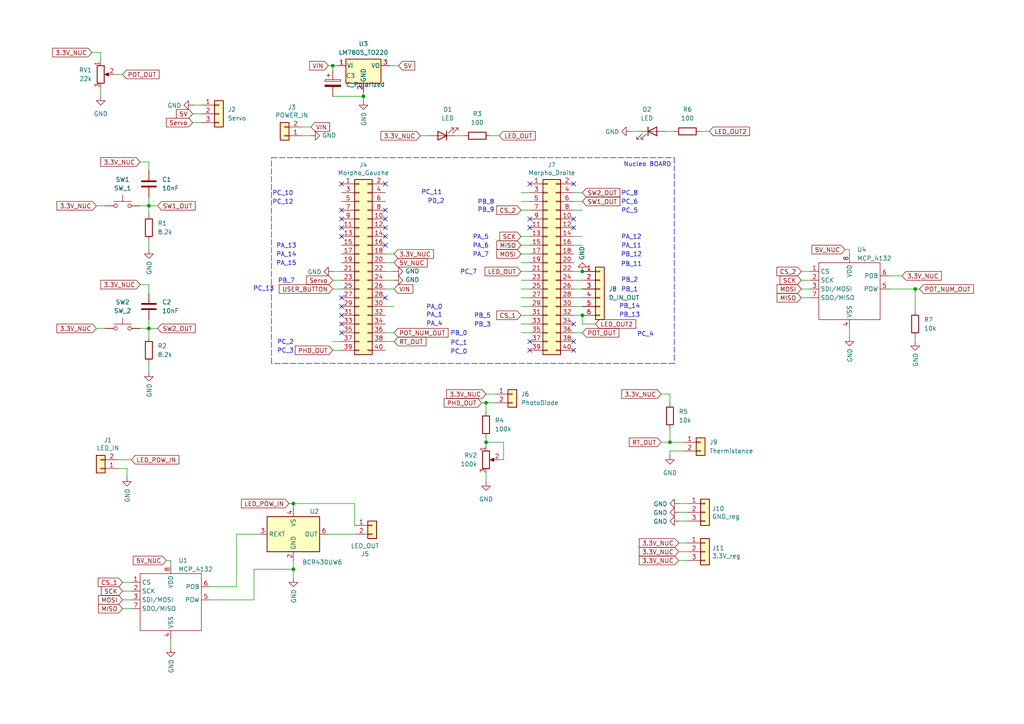
<source format=kicad_sch>
(kicad_sch (version 20231120) (generator "eeschema") (generator_version "8.0")
  (paper "A4")
  (lib_symbols
    (symbol "Connector_Generic:Conn_01x02" (pin_names (offset 1.016) hide)
      (property "Reference" "J" (at 0 2.54 0))
      (property "Value" "Conn_01x02" (at 0 -5.08 0))
      (symbol "Conn_01x02_1_1"
        (rectangle (start -1.27 -2.413) (end 0 -2.667) (stroke (width 0.1524)))
        (rectangle (start -1.27 0.127) (end 0 -0.127) (stroke (width 0.1524)))
        (rectangle (start -1.27 1.27) (end 1.27 -3.81) (stroke (width 0.254)) (fill (type background)))
        (pin passive line (at -5.08 0 0) (length 3.81) (name "Pin_1") (number "1"))
        (pin passive line (at -5.08 -2.54 0) (length 3.81) (name "Pin_2") (number "2"))
      )
    )
    (symbol "Connector_Generic:Conn_01x03" (pin_names (offset 1.016) hide)
      (property "Reference" "J" (at 0 5.08 0))
      (property "Value" "Conn_01x03" (at 0 -5.08 0))
      (symbol "Conn_01x03_1_1"
        (rectangle (start -1.27 -2.413) (end 0 -2.667) (stroke (width 0.1524)))
        (rectangle (start -1.27 0.127) (end 0 -0.127) (stroke (width 0.1524)))
        (rectangle (start -1.27 2.667) (end 0 2.413) (stroke (width 0.1524)))
        (rectangle (start -1.27 3.81) (end 1.27 -3.81) (stroke (width 0.254)) (fill (type background)))
        (pin passive line (at -5.08 2.54 0) (length 3.81) (name "Pin_1") (number "1"))
        (pin passive line (at -5.08 0 0) (length 3.81) (name "Pin_2") (number "2"))
        (pin passive line (at -5.08 -2.54 0) (length 3.81) (name "Pin_3") (number "3"))
      )
    )
    (symbol "Connector_Generic:Conn_01x06" (pin_names (offset 1.016) hide)
      (property "Reference" "J" (at 0 7.62 0))
      (property "Value" "Conn_01x06" (at 0 -10.16 0))
      (symbol "Conn_01x06_1_1"
        (rectangle (start -1.27 -7.493) (end 0 -7.747) (stroke (width 0.1524)))
        (rectangle (start -1.27 -4.953) (end 0 -5.207) (stroke (width 0.1524)))
        (rectangle (start -1.27 -2.413) (end 0 -2.667) (stroke (width 0.1524)))
        (rectangle (start -1.27 0.127) (end 0 -0.127) (stroke (width 0.1524)))
        (rectangle (start -1.27 2.667) (end 0 2.413) (stroke (width 0.1524)))
        (rectangle (start -1.27 5.207) (end 0 4.953) (stroke (width 0.1524)))
        (rectangle (start -1.27 6.35) (end 1.27 -8.89) (stroke (width 0.254)) (fill (type background)))
        (pin passive line (at -5.08 5.08 0) (length 3.81) (name "Pin_1") (number "1"))
        (pin passive line (at -5.08 2.54 0) (length 3.81) (name "Pin_2") (number "2"))
        (pin passive line (at -5.08 0 0) (length 3.81) (name "Pin_3") (number "3"))
        (pin passive line (at -5.08 -2.54 0) (length 3.81) (name "Pin_4") (number "4"))
        (pin passive line (at -5.08 -5.08 0) (length 3.81) (name "Pin_5") (number "5"))
        (pin passive line (at -5.08 -7.62 0) (length 3.81) (name "Pin_6") (number "6"))
      )
    )
    (symbol "Connector_Generic:Conn_02x20_Odd_Even" (pin_names (offset 1.016) hide)
      (property "Reference" "J" (at 1.27 25.4 0))
      (property "Value" "Conn_02x20_Odd_Even" (at 1.27 -27.94 0))
      (symbol "Conn_02x20_Odd_Even_1_1"
        (rectangle (start -1.27 -25.273) (end 0 -25.527) (stroke (width 0.1524)))
        (rectangle (start -1.27 -22.733) (end 0 -22.987) (stroke (width 0.1524)))
        (rectangle (start -1.27 -20.193) (end 0 -20.447) (stroke (width 0.1524)))
        (rectangle (start -1.27 -17.653) (end 0 -17.907) (stroke (width 0.1524)))
        (rectangle (start -1.27 -15.113) (end 0 -15.367) (stroke (width 0.1524)))
        (rectangle (start -1.27 -12.573) (end 0 -12.827) (stroke (width 0.1524)))
        (rectangle (start -1.27 -10.033) (end 0 -10.287) (stroke (width 0.1524)))
        (rectangle (start -1.27 -7.493) (end 0 -7.747) (stroke (width 0.1524)))
        (rectangle (start -1.27 -4.953) (end 0 -5.207) (stroke (width 0.1524)))
        (rectangle (start -1.27 -2.413) (end 0 -2.667) (stroke (width 0.1524)))
        (rectangle (start -1.27 0.127) (end 0 -0.127) (stroke (width 0.1524)))
        (rectangle (start -1.27 2.667) (end 0 2.413) (stroke (width 0.1524)))
        (rectangle (start -1.27 5.207) (end 0 4.953) (stroke (width 0.1524)))
        (rectangle (start -1.27 7.747) (end 0 7.493) (stroke (width 0.1524)))
        (rectangle (start -1.27 10.287) (end 0 10.033) (stroke (width 0.1524)))
        (rectangle (start -1.27 12.827) (end 0 12.573) (stroke (width 0.1524)))
        (rectangle (start -1.27 15.367) (end 0 15.113) (stroke (width 0.1524)))
        (rectangle (start -1.27 17.907) (end 0 17.653) (stroke (width 0.1524)))
        (rectangle (start -1.27 20.447) (end 0 20.193) (stroke (width 0.1524)))
        (rectangle (start -1.27 22.987) (end 0 22.733) (stroke (width 0.1524)))
        (rectangle (start -1.27 24.13) (end 3.81 -26.67) (stroke (width 0.254)) (fill (type background)))
        (rectangle (start 3.81 -25.273) (end 2.54 -25.527) (stroke (width 0.1524)))
        (rectangle (start 3.81 -22.733) (end 2.54 -22.987) (stroke (width 0.1524)))
        (rectangle (start 3.81 -20.193) (end 2.54 -20.447) (stroke (width 0.1524)))
        (rectangle (start 3.81 -17.653) (end 2.54 -17.907) (stroke (width 0.1524)))
        (rectangle (start 3.81 -15.113) (end 2.54 -15.367) (stroke (width 0.1524)))
        (rectangle (start 3.81 -12.573) (end 2.54 -12.827) (stroke (width 0.1524)))
        (rectangle (start 3.81 -10.033) (end 2.54 -10.287) (stroke (width 0.1524)))
        (rectangle (start 3.81 -7.493) (end 2.54 -7.747) (stroke (width 0.1524)))
        (rectangle (start 3.81 -4.953) (end 2.54 -5.207) (stroke (width 0.1524)))
        (rectangle (start 3.81 -2.413) (end 2.54 -2.667) (stroke (width 0.1524)))
        (rectangle (start 3.81 0.127) (end 2.54 -0.127) (stroke (width 0.1524)))
        (rectangle (start 3.81 2.667) (end 2.54 2.413) (stroke (width 0.1524)))
        (rectangle (start 3.81 5.207) (end 2.54 4.953) (stroke (width 0.1524)))
        (rectangle (start 3.81 7.747) (end 2.54 7.493) (stroke (width 0.1524)))
        (rectangle (start 3.81 10.287) (end 2.54 10.033) (stroke (width 0.1524)))
        (rectangle (start 3.81 12.827) (end 2.54 12.573) (stroke (width 0.1524)))
        (rectangle (start 3.81 15.367) (end 2.54 15.113) (stroke (width 0.1524)))
        (rectangle (start 3.81 17.907) (end 2.54 17.653) (stroke (width 0.1524)))
        (rectangle (start 3.81 20.447) (end 2.54 20.193) (stroke (width 0.1524)))
        (rectangle (start 3.81 22.987) (end 2.54 22.733) (stroke (width 0.1524)))
        (pin passive line (at -5.08 22.86 0) (length 3.81) (name "Pin_1") (number "1"))
        (pin passive line (at 7.62 12.7 180) (length 3.81) (name "Pin_10") (number "10"))
        (pin passive line (at -5.08 10.16 0) (length 3.81) (name "Pin_11") (number "11"))
        (pin passive line (at 7.62 10.16 180) (length 3.81) (name "Pin_12") (number "12"))
        (pin passive line (at -5.08 7.62 0) (length 3.81) (name "Pin_13") (number "13"))
        (pin passive line (at 7.62 7.62 180) (length 3.81) (name "Pin_14") (number "14"))
        (pin passive line (at -5.08 5.08 0) (length 3.81) (name "Pin_15") (number "15"))
        (pin passive line (at 7.62 5.08 180) (length 3.81) (name "Pin_16") (number "16"))
        (pin passive line (at -5.08 2.54 0) (length 3.81) (name "Pin_17") (number "17"))
        (pin passive line (at 7.62 2.54 180) (length 3.81) (name "Pin_18") (number "18"))
        (pin passive line (at -5.08 0 0) (length 3.81) (name "Pin_19") (number "19"))
        (pin passive line (at 7.62 22.86 180) (length 3.81) (name "Pin_2") (number "2"))
        (pin passive line (at 7.62 0 180) (length 3.81) (name "Pin_20") (number "20"))
        (pin passive line (at -5.08 -2.54 0) (length 3.81) (name "Pin_21") (number "21"))
        (pin passive line (at 7.62 -2.54 180) (length 3.81) (name "Pin_22") (number "22"))
        (pin passive line (at -5.08 -5.08 0) (length 3.81) (name "Pin_23") (number "23"))
        (pin passive line (at 7.62 -5.08 180) (length 3.81) (name "Pin_24") (number "24"))
        (pin passive line (at -5.08 -7.62 0) (length 3.81) (name "Pin_25") (number "25"))
        (pin passive line (at 7.62 -7.62 180) (length 3.81) (name "Pin_26") (number "26"))
        (pin passive line (at -5.08 -10.16 0) (length 3.81) (name "Pin_27") (number "27"))
        (pin passive line (at 7.62 -10.16 180) (length 3.81) (name "Pin_28") (number "28"))
        (pin passive line (at -5.08 -12.7 0) (length 3.81) (name "Pin_29") (number "29"))
        (pin passive line (at -5.08 20.32 0) (length 3.81) (name "Pin_3") (number "3"))
        (pin passive line (at 7.62 -12.7 180) (length 3.81) (name "Pin_30") (number "30"))
        (pin passive line (at -5.08 -15.24 0) (length 3.81) (name "Pin_31") (number "31"))
        (pin passive line (at 7.62 -15.24 180) (length 3.81) (name "Pin_32") (number "32"))
        (pin passive line (at -5.08 -17.78 0) (length 3.81) (name "Pin_33") (number "33"))
        (pin passive line (at 7.62 -17.78 180) (length 3.81) (name "Pin_34") (number "34"))
        (pin passive line (at -5.08 -20.32 0) (length 3.81) (name "Pin_35") (number "35"))
        (pin passive line (at 7.62 -20.32 180) (length 3.81) (name "Pin_36") (number "36"))
        (pin passive line (at -5.08 -22.86 0) (length 3.81) (name "Pin_37") (number "37"))
        (pin passive line (at 7.62 -22.86 180) (length 3.81) (name "Pin_38") (number "38"))
        (pin passive line (at -5.08 -25.4 0) (length 3.81) (name "Pin_39") (number "39"))
        (pin passive line (at 7.62 20.32 180) (length 3.81) (name "Pin_4") (number "4"))
        (pin passive line (at 7.62 -25.4 180) (length 3.81) (name "Pin_40") (number "40"))
        (pin passive line (at -5.08 17.78 0) (length 3.81) (name "Pin_5") (number "5"))
        (pin passive line (at 7.62 17.78 180) (length 3.81) (name "Pin_6") (number "6"))
        (pin passive line (at -5.08 15.24 0) (length 3.81) (name "Pin_7") (number "7"))
        (pin passive line (at 7.62 15.24 180) (length 3.81) (name "Pin_8") (number "8"))
        (pin passive line (at -5.08 12.7 0) (length 3.81) (name "Pin_9") (number "9"))
      )
    )
    (symbol "Device:C" (pin_numbers hide) (pin_names (offset 0.254))
      (property "Reference" "C" (at 0.635 2.54 0))
      (property "Value" "C" (at 0.635 -2.54 0))
      (symbol "C_0_1"
        (polyline (pts (xy -2.032 -0.762) (xy 2.032 -0.762)) (stroke (width 0.508)))
        (polyline (pts (xy -2.032 0.762) (xy 2.032 0.762)) (stroke (width 0.508)))
      )
      (symbol "C_1_1"
        (pin passive line (at 0 3.81 270) (length 2.794) (name "~") (number "1"))
        (pin passive line (at 0 -3.81 90) (length 2.794) (name "~") (number "2"))
      )
    )
    (symbol "Device:C_Polarized" (pin_numbers hide) (pin_names (offset 0.254))
      (property "Reference" "C" (at 0.635 2.54 0))
      (property "Value" "C_Polarized" (at 0.635 -2.54 0))
      (symbol "C_Polarized_0_1"
        (rectangle (start -2.286 0.508) (end 2.286 1.016))
        (polyline (pts (xy -1.778 2.286) (xy -0.762 2.286)))
        (polyline (pts (xy -1.27 2.794) (xy -1.27 1.778)))
        (rectangle (start 2.286 -0.508) (end -2.286 -1.016) (fill (type outline)))
      )
      (symbol "C_Polarized_1_1"
        (pin passive line (at 0 3.81 270) (length 2.794) (name "~") (number "1"))
        (pin passive line (at 0 -3.81 90) (length 2.794) (name "~") (number "2"))
      )
    )
    (symbol "Device:LED" (pin_numbers hide) (pin_names (offset 1.016) hide)
      (property "Reference" "D" (at 0 2.54 0))
      (property "Value" "LED" (at 0 -2.54 0))
      (symbol "LED_0_1"
        (polyline (pts (xy -1.27 -1.27) (xy -1.27 1.27)) (stroke (width 0.254)))
        (polyline (pts (xy -1.27 0) (xy 1.27 0)))
        (polyline (pts (xy 1.27 -1.27) (xy 1.27 1.27) (xy -1.27 0) (xy 1.27 -1.27)) (stroke (width 0.254)))
        (polyline (pts (xy -3.048 -0.762) (xy -4.572 -2.286) (xy -3.81 -2.286) (xy -4.572 -2.286) (xy -4.572 -1.524)))
        (polyline (pts (xy -1.778 -0.762) (xy -3.302 -2.286) (xy -2.54 -2.286) (xy -3.302 -2.286) (xy -3.302 -1.524)))
      )
      (symbol "LED_1_1"
        (pin passive line (at -3.81 0 0) (length 2.54) (name "K") (number "1"))
        (pin passive line (at 3.81 0 180) (length 2.54) (name "A") (number "2"))
      )
    )
    (symbol "Device:R" (pin_numbers hide) (pin_names (offset 0))
      (property "Reference" "R" (at 2.032 0 90))
      (property "Value" "R" (at 0 0 90))
      (symbol "R_0_1"
        (rectangle (start -1.016 -2.54) (end 1.016 2.54) (stroke (width 0.254)))
      )
      (symbol "R_1_1"
        (pin passive line (at 0 3.81 270) (length 1.27) (name "~") (number "1"))
        (pin passive line (at 0 -3.81 90) (length 1.27) (name "~") (number "2"))
      )
    )
    (symbol "Device:R_Potentiometer" (pin_names (offset 1.016) hide)
      (property "Reference" "RV" (at -4.445 0 90))
      (property "Value" "R_Potentiometer" (at -2.54 0 90))
      (symbol "R_Potentiometer_0_1"
        (polyline (pts (xy 2.54 0) (xy 1.524 0)))
        (polyline (pts (xy 1.143 0) (xy 2.286 0.508) (xy 2.286 -0.508) (xy 1.143 0)) (fill (type outline)))
        (rectangle (start 1.016 2.54) (end -1.016 -2.54) (stroke (width 0.254)))
      )
      (symbol "R_Potentiometer_1_1"
        (pin passive line (at 0 3.81 270) (length 1.27) (name "1") (number "1"))
        (pin passive line (at 3.81 0 180) (length 1.27) (name "2") (number "2"))
        (pin passive line (at 0 -3.81 90) (length 1.27) (name "3") (number "3"))
      )
    )
    (symbol "Driver_LED:BCR430UW6"
      (property "Reference" "U" (at 7.62 6.35 0))
      (property "Value" "BCR430UW6" (at -7.62 6.35 0))
      (symbol "BCR430UW6_0_1"
        (rectangle (start -7.62 5.08) (end 7.62 -5.08) (stroke (width 0.254)) (fill (type background)))
      )
      (symbol "BCR430UW6_1_1"
        (pin no_connect line (at 7.62 2.54 180) (length 2.54) hide (name "NC") (number "1"))
        (pin power_in line (at 0 -7.62 90) (length 2.54) (name "GND") (number "2"))
        (pin passive line (at -10.16 0 0) (length 2.54) (name "REXT") (number "3"))
        (pin power_in line (at 0 7.62 270) (length 2.54) (name "VS") (number "4"))
        (pin no_connect line (at 7.62 -2.54 180) (length 2.54) hide (name "NC") (number "5"))
        (pin output line (at 10.16 0 180) (length 2.54) (name "OUT") (number "6"))
      )
    )
    (symbol "LEnsE_devices:MCP4132"
      (property "Reference" "U" (at 5.588 1.524 0))
      (symbol "MCP4132_0_1"
        (rectangle (start -8.89 -1.27) (end 8.89 -17.78))
      )
      (symbol "MCP4132_1_1"
        (pin input line (at -11.43 -3.81 0) (length 2.54) (name "CS") (number "1"))
        (pin input line (at -11.43 -6.35 0) (length 2.54) (name "SCK") (number "2"))
        (pin input line (at -11.43 -8.89 0) (length 2.54) (name "SDI/MOSI") (number "3"))
        (pin power_in line (at 0 -20.32 90) (length 2.54) (name "VSS") (number "4"))
        (pin bidirectional line (at 11.43 -8.89 180) (length 2.54) (name "POW") (number "5"))
        (pin bidirectional line (at 11.43 -5.08 180) (length 2.54) (name "POB") (number "6"))
        (pin input line (at -11.43 -11.43 0) (length 2.54) (name "SDO/MISO") (number "7"))
        (pin power_in line (at 0 1.27 270) (length 2.54) (name "VDD") (number "8"))
      )
    )
    (symbol "Regulator_Linear:LM7805_TO220" (pin_names (offset 0.254))
      (property "Reference" "U" (at -3.81 3.175 0))
      (property "Value" "LM7805_TO220" (at 0 3.175 0))
      (symbol "LM7805_TO220_0_1"
        (rectangle (start -5.08 1.905) (end 5.08 -5.08) (stroke (width 0.254)) (fill (type background)))
      )
      (symbol "LM7805_TO220_1_1"
        (pin power_in line (at -7.62 0 0) (length 2.54) (name "VI") (number "1"))
        (pin power_in line (at 0 -7.62 90) (length 2.54) (name "GND") (number "2"))
        (pin power_out line (at 7.62 0 180) (length 2.54) (name "VO") (number "3"))
      )
    )
    (symbol "Switch:SW_Push" (pin_numbers hide) (pin_names (offset 1.016) hide)
      (property "Reference" "SW" (at 1.27 2.54 0))
      (property "Value" "SW_Push" (at 0 -1.524 0))
      (symbol "SW_Push_0_1"
        (circle (center -2.032 0) (radius 0.508))
        (polyline (pts (xy 0 1.27) (xy 0 3.048)))
        (polyline (pts (xy 2.54 1.27) (xy -2.54 1.27)))
        (circle (center 2.032 0) (radius 0.508))
        (pin passive line (at -5.08 0 0) (length 2.54) (name "1") (number "1"))
        (pin passive line (at 5.08 0 180) (length 2.54) (name "2") (number "2"))
      )
    )
    (symbol "power:GND" (power) (pin_numbers hide) (pin_names (offset 0) hide)
      (property "Value" "GND" (at 0 -3.81 0))
      (symbol "GND_0_1"
        (polyline (pts (xy 0 0) (xy 0 -1.27) (xy 1.27 -1.27) (xy 0 -2.54) (xy -1.27 -1.27) (xy 0 -1.27)))
      )
      (symbol "GND_1_1"
        (pin power_in line (at 0 0 270) (length 0) (name "~") (number "1"))
      )
    )
  )
  (junction (at 194.31 128.27))
  (junction (at 105.41 27.94))
  (junction (at 96.52 19.05))
  (junction (at 140.97 128.27))
  (junction (at 168.91 78.74))
  (junction (at 85.09 165.1))
  (junction (at 140.97 116.84))
  (junction (at 43.18 59.69))
  (junction (at 85.09 146.05))
  (junction (at 265.43 83.82))
  (junction (at 168.91 91.44))
  (junction (at 43.18 95.25))
  (no_connect (at 153.67 63.5))
  (no_connect (at 153.67 101.6))
  (no_connect (at 153.67 99.06))
  (no_connect (at 111.76 63.5))
  (no_connect (at 166.37 93.98))
  (no_connect (at 99.06 68.58))
  (no_connect (at 99.06 60.96))
  (no_connect (at 166.37 101.6))
  (no_connect (at 111.76 66.04))
  (no_connect (at 99.06 93.98))
  (no_connect (at 99.06 88.9))
  (no_connect (at 111.76 68.58))
  (no_connect (at 111.76 60.96))
  (no_connect (at 111.76 86.36))
  (no_connect (at 111.76 71.12))
  (no_connect (at 99.06 86.36))
  (no_connect (at 166.37 99.06))
  (no_connect (at 166.37 63.5))
  (no_connect (at 111.76 53.34))
  (no_connect (at 99.06 53.34))
  (no_connect (at 166.37 66.04))
  (no_connect (at 99.06 66.04))
  (no_connect (at 99.06 63.5))
  (no_connect (at 99.06 91.44))
  (no_connect (at 153.67 53.34))
  (no_connect (at 166.37 53.34))
  (no_connect (at 99.06 96.52))
  (no_connect (at 153.67 66.04))
  (wire (pts (xy 96.52 99.06) (xy 99.06 99.06)))
  (wire (pts (xy 151.13 83.82) (xy 153.67 83.82)))
  (wire (pts (xy 232.41 83.82) (xy 234.95 83.82)))
  (wire (pts (xy 114.3 76.2) (xy 111.76 76.2)))
  (wire (pts (xy 196.85 146.05) (xy 199.39 146.05)))
  (wire (pts (xy 85.09 165.1) (xy 85.09 167.64)))
  (wire (pts (xy 142.24 39.37) (xy 144.78 39.37)))
  (wire (pts (xy 194.31 132.08) (xy 194.31 130.81)))
  (wire (pts (xy 34.29 133.35) (xy 38.1 133.35)))
  (wire (pts (xy 40.64 59.69) (xy 43.18 59.69)))
  (wire (pts (xy 151.13 58.42) (xy 153.67 58.42)))
  (wire (pts (xy 166.37 60.96) (xy 168.91 60.96)))
  (wire (pts (xy 111.76 96.52) (xy 114.3 96.52)))
  (wire (pts (xy 111.76 83.82) (xy 114.3 83.82)))
  (wire (pts (xy 151.13 55.88) (xy 153.67 55.88)))
  (wire (pts (xy 35.56 176.53) (xy 38.1 176.53)))
  (wire (pts (xy 27.94 95.25) (xy 30.48 95.25)))
  (wire (pts (xy 26.67 15.24) (xy 29.21 15.24)))
  (wire (pts (xy 140.97 127) (xy 140.97 128.27)))
  (wire (pts (xy 27.94 59.69) (xy 30.48 59.69)))
  (wire (pts (xy 232.41 86.36) (xy 234.95 86.36)))
  (wire (pts (xy 151.13 71.12) (xy 153.67 71.12)))
  (wire (pts (xy 166.37 83.82) (xy 168.91 83.82)))
  (wire (pts (xy 96.52 101.6) (xy 99.06 101.6)))
  (wire (pts (xy 140.97 128.27) (xy 146.05 128.27)))
  (wire (pts (xy 68.58 154.94) (xy 74.93 154.94)))
  (wire (pts (xy 113.03 19.05) (xy 115.57 19.05)))
  (wire (pts (xy 55.88 35.56) (xy 58.42 35.56)))
  (wire (pts (xy 102.87 146.05) (xy 102.87 152.4)))
  (wire (pts (xy 111.76 81.28) (xy 114.3 81.28)))
  (wire (pts (xy 111.76 73.66) (xy 114.3 73.66)))
  (wire (pts (xy 140.97 116.84) (xy 140.97 119.38)))
  (wire (pts (xy 96.52 78.74) (xy 99.06 78.74)))
  (wire (pts (xy 166.37 78.74) (xy 168.91 78.74)))
  (wire (pts (xy 85.09 162.56) (xy 85.09 165.1)))
  (wire (pts (xy 40.64 95.25) (xy 43.18 95.25)))
  (wire (pts (xy 265.43 83.82) (xy 265.43 90.17)))
  (wire (pts (xy 96.52 83.82) (xy 99.06 83.82)))
  (wire (pts (xy 40.64 46.99) (xy 43.18 46.99)))
  (wire (pts (xy 151.13 86.36) (xy 153.67 86.36)))
  (wire (pts (xy 199.39 162.56) (xy 196.85 162.56)))
  (wire (pts (xy 111.76 88.9) (xy 114.3 88.9)))
  (wire (pts (xy 55.88 33.02) (xy 58.42 33.02)))
  (wire (pts (xy 43.18 95.25) (xy 43.18 97.79)))
  (wire (pts (xy 111.76 78.74) (xy 114.3 78.74)))
  (wire (pts (xy 199.39 148.59) (xy 196.85 148.59)))
  (wire (pts (xy 121.92 39.37) (xy 124.46 39.37)))
  (wire (pts (xy 265.43 97.79) (xy 265.43 99.06)))
  (wire (pts (xy 193.04 38.1) (xy 195.58 38.1)))
  (wire (pts (xy 73.66 165.1) (xy 85.09 165.1)))
  (wire (pts (xy 144.78 133.35) (xy 146.05 133.35)))
  (wire (pts (xy 55.88 30.48) (xy 58.42 30.48)))
  (wire (pts (xy 166.37 71.12) (xy 168.91 71.12)))
  (wire (pts (xy 151.13 81.28) (xy 153.67 81.28)))
  (wire (pts (xy 49.53 162.56) (xy 49.53 163.83)))
  (wire (pts (xy 151.13 96.52) (xy 153.67 96.52)))
  (wire (pts (xy 95.25 154.94) (xy 102.87 154.94)))
  (wire (pts (xy 166.37 81.28) (xy 168.91 81.28)))
  (wire (pts (xy 151.13 91.44) (xy 153.67 91.44)))
  (wire (pts (xy 182.88 38.1) (xy 185.42 38.1)))
  (wire (pts (xy 140.97 128.27) (xy 140.97 129.54)))
  (wire (pts (xy 85.09 146.05) (xy 85.09 147.32)))
  (wire (pts (xy 33.02 21.59) (xy 35.56 21.59)))
  (wire (pts (xy 43.18 46.99) (xy 43.18 49.53)))
  (wire (pts (xy 105.41 27.94) (xy 105.41 29.21)))
  (wire (pts (xy 49.53 185.42) (xy 49.53 187.96)))
  (wire (pts (xy 166.37 55.88) (xy 168.91 55.88)))
  (wire (pts (xy 29.21 25.4) (xy 29.21 27.94)))
  (wire (pts (xy 168.91 93.98) (xy 168.91 91.44)))
  (wire (pts (xy 43.18 69.85) (xy 43.18 72.39)))
  (wire (pts (xy 60.96 173.99) (xy 73.66 173.99)))
  (wire (pts (xy 43.18 105.41) (xy 43.18 107.95)))
  (wire (pts (xy 166.37 58.42) (xy 168.91 58.42)))
  (wire (pts (xy 140.97 114.3) (xy 143.51 114.3)))
  (wire (pts (xy 194.31 128.27) (xy 198.12 128.27)))
  (wire (pts (xy 151.13 68.58) (xy 153.67 68.58)))
  (wire (pts (xy 151.13 76.2) (xy 153.67 76.2)))
  (wire (pts (xy 48.26 162.56) (xy 49.53 162.56)))
  (polyline (pts (xy 78.74 45.72) (xy 195.58 45.72)) (stroke (width 0) (type dash)))
  (wire (pts (xy 34.29 135.89) (xy 36.83 135.89)))
  (wire (pts (xy 151.13 60.96) (xy 153.67 60.96)))
  (wire (pts (xy 257.81 83.82) (xy 265.43 83.82)))
  (wire (pts (xy 43.18 59.69) (xy 43.18 57.15)))
  (wire (pts (xy 191.77 114.3) (xy 194.31 114.3)))
  (wire (pts (xy 43.18 95.25) (xy 45.72 95.25)))
  (wire (pts (xy 199.39 157.48) (xy 196.85 157.48)))
  (wire (pts (xy 151.13 93.98) (xy 153.67 93.98)))
  (wire (pts (xy 96.52 27.94) (xy 105.41 27.94)))
  (wire (pts (xy 40.64 82.55) (xy 43.18 82.55)))
  (wire (pts (xy 68.58 170.18) (xy 68.58 154.94)))
  (wire (pts (xy 246.38 72.39) (xy 246.38 73.66)))
  (wire (pts (xy 132.08 39.37) (xy 134.62 39.37)))
  (wire (pts (xy 246.38 95.25) (xy 246.38 97.79)))
  (wire (pts (xy 143.51 116.84) (xy 140.97 116.84)))
  (wire (pts (xy 35.56 173.99) (xy 38.1 173.99)))
  (wire (pts (xy 95.25 19.05) (xy 96.52 19.05)))
  (wire (pts (xy 35.56 171.45) (xy 38.1 171.45)))
  (wire (pts (xy 29.21 15.24) (xy 29.21 17.78)))
  (wire (pts (xy 60.96 170.18) (xy 68.58 170.18)))
  (wire (pts (xy 194.31 114.3) (xy 194.31 116.84)))
  (wire (pts (xy 166.37 96.52) (xy 168.91 96.52)))
  (wire (pts (xy 36.83 135.89) (xy 36.83 138.43)))
  (wire (pts (xy 151.13 78.74) (xy 153.67 78.74)))
  (wire (pts (xy 166.37 88.9) (xy 168.91 88.9)))
  (wire (pts (xy 194.31 130.81) (xy 198.12 130.81)))
  (wire (pts (xy 194.31 124.46) (xy 194.31 128.27)))
  (wire (pts (xy 96.52 19.05) (xy 96.52 20.32)))
  (wire (pts (xy 139.7 116.84) (xy 140.97 116.84)))
  (wire (pts (xy 191.77 128.27) (xy 194.31 128.27)))
  (wire (pts (xy 257.81 80.01) (xy 261.62 80.01)))
  (wire (pts (xy 87.63 39.37) (xy 90.17 39.37)))
  (wire (pts (xy 203.2 38.1) (xy 205.74 38.1)))
  (wire (pts (xy 232.41 81.28) (xy 234.95 81.28)))
  (wire (pts (xy 83.82 146.05) (xy 85.09 146.05)))
  (wire (pts (xy 151.13 73.66) (xy 153.67 73.66)))
  (polyline (pts (xy 78.74 105.41) (xy 78.74 45.72)) (stroke (width 0) (type dash)))
  (wire (pts (xy 43.18 59.69) (xy 45.72 59.69)))
  (wire (pts (xy 73.66 173.99) (xy 73.66 165.1)))
  (polyline (pts (xy 195.58 45.72) (xy 195.58 105.41)) (stroke (width 0) (type dash)))
  (wire (pts (xy 265.43 83.82) (xy 266.7 83.82)))
  (wire (pts (xy 96.52 19.05) (xy 97.79 19.05)))
  (wire (pts (xy 96.52 81.28) (xy 99.06 81.28)))
  (wire (pts (xy 172.72 93.98) (xy 168.91 93.98)))
  (wire (pts (xy 111.76 99.06) (xy 114.3 99.06)))
  (wire (pts (xy 146.05 133.35) (xy 146.05 128.27)))
  (wire (pts (xy 166.37 86.36) (xy 168.91 86.36)))
  (wire (pts (xy 199.39 151.13) (xy 196.85 151.13)))
  (wire (pts (xy 151.13 88.9) (xy 153.67 88.9)))
  (wire (pts (xy 199.39 160.02) (xy 196.85 160.02)))
  (wire (pts (xy 85.09 146.05) (xy 102.87 146.05)))
  (wire (pts (xy 245.11 72.39) (xy 246.38 72.39)))
  (polyline (pts (xy 195.58 105.41) (xy 78.74 105.41)) (stroke (width 0) (type dash)))
  (wire (pts (xy 87.63 36.83) (xy 90.17 36.83)))
  (wire (pts (xy 140.97 137.16) (xy 140.97 139.7)))
  (wire (pts (xy 105.41 26.67) (xy 105.41 27.94)))
  (wire (pts (xy 35.56 168.91) (xy 38.1 168.91)))
  (wire (pts (xy 166.37 91.44) (xy 168.91 91.44)))
  (wire (pts (xy 43.18 59.69) (xy 43.18 62.23)))
  (wire (pts (xy 43.18 82.55) (xy 43.18 85.09)))
  (wire (pts (xy 232.41 78.74) (xy 234.95 78.74)))
  (wire (pts (xy 43.18 95.25) (xy 43.18 92.71)))
  (wire (pts (xy 166.37 68.58) (xy 168.91 68.58)))
  (text "PA_12" (at 183.134 68.834 0) (effects (font (size 1.27 1.27))))
  (text "PC_2" (at 82.804 99.314 0) (effects (font (size 1.27 1.27))))
  (text "PB_8" (at 140.97 58.674 0) (effects (font (size 1.27 1.27))))
  (text "PA_7" (at 139.446 73.914 0) (effects (font (size 1.27 1.27))))
  (text "PB_0" (at 133.096 96.774 0) (effects (font (size 1.27 1.27))))
  (text "PC_8" (at 182.626 56.134 0) (effects (font (size 1.27 1.27))))
  (text "PC_11" (at 125.222 55.88 0) (effects (font (size 1.27 1.27))))
  (text "PB_3\n\n" (at 139.954 95.25 0) (effects (font (size 1.27 1.27))))
  (text "PA_5" (at 139.446 68.834 0) (effects (font (size 1.27 1.27))))
  (text "PB_13" (at 182.626 91.44 0) (effects (font (size 1.27 1.27))))
  (text "PA_14" (at 83.058 73.914 0) (effects (font (size 1.27 1.27))))
  (text "PB_11" (at 183.134 76.708 0) (effects (font (size 1.27 1.27))))
  (text "PC_7" (at 135.89 78.994 0) (effects (font (size 1.27 1.27))))
  (text "PB_9" (at 140.97 60.96 0) (effects (font (size 1.27 1.27))))
  (text "PC_5" (at 182.626 61.214 0) (effects (font (size 1.27 1.27))))
  (text "PB_2" (at 182.626 81.28 0) (effects (font (size 1.27 1.27))))
  (text "PC_1" (at 133.096 99.568 0) (effects (font (size 1.27 1.27))))
  (text "PC_12" (at 82.042 58.674 0) (effects (font (size 1.27 1.27))))
  (text "PB_14" (at 182.626 88.9 0) (effects (font (size 1.27 1.27))))
  (text "PC_13" (at 76.454 83.82 0) (effects (font (size 1.27 1.27))))
  (text "PD_2" (at 126.492 58.42 0) (effects (font (size 1.27 1.27))))
  (text "PA_15" (at 83.058 76.454 0) (effects (font (size 1.27 1.27))))
  (text "PC_10" (at 82.042 56.134 0) (effects (font (size 1.27 1.27))))
  (text "PA_11" (at 183.134 71.374 0) (effects (font (size 1.27 1.27))))
  (text "PC_4" (at 187.198 97.028 0) (effects (font (size 1.27 1.27))))
  (text "PA_6" (at 139.446 71.374 0) (effects (font (size 1.27 1.27))))
  (text "PA_13" (at 83.058 71.374 0) (effects (font (size 1.27 1.27))))
  (text "PB_7" (at 83.058 81.534 0) (effects (font (size 1.27 1.27))))
  (text "PA_1" (at 125.984 91.44 0) (effects (font (size 1.27 1.27))))
  (text "Nucleo BOARD" (at 180.848 48.514 0) (effects (font (size 1.27 1.27)) (justify left bottom)))
  (text "PC_0" (at 133.096 102.108 0) (effects (font (size 1.27 1.27))))
  (text "PB_12" (at 183.134 73.914 0) (effects (font (size 1.27 1.27))))
  (text "PC_3" (at 82.804 101.854 0) (effects (font (size 1.27 1.27))))
  (text "PB_1\n" (at 182.626 84.074 0) (effects (font (size 1.27 1.27))))
  (text "PA_0" (at 125.984 89.154 0) (effects (font (size 1.27 1.27))))
  (text "PA_4" (at 125.984 93.98 0) (effects (font (size 1.27 1.27))))
  (text "PC_6" (at 182.626 58.674 0) (effects (font (size 1.27 1.27))))
  (text "PB_5\n\n" (at 139.954 92.71 0) (effects (font (size 1.27 1.27))))
  (global_label "LED_OUT2" (shape input) (at 172.72 93.98 0) (property "Intersheetrefs" "${INTERSHEET_REFS}" (effects (hide yes))))
  (global_label "USER_BUTTON" (shape input) (at 96.52 83.82 180) (property "Intersheetrefs" "${INTERSHEET_REFS}" (effects (hide yes))))
  (global_label "PHD_OUT" (shape input) (at 96.52 101.6 180) (property "Intersheetrefs" "${INTERSHEET_REFS}" (effects (hide yes))))
  (global_label "Servo" (shape input) (at 96.52 81.28 180) (property "Intersheetrefs" "${INTERSHEET_REFS}" (effects (hide yes))))
  (global_label "MISO" (shape input) (at 151.13 71.12 180) (property "Intersheetrefs" "${INTERSHEET_REFS}" (effects (hide yes))))
  (global_label "3.3V_NUC" (shape input) (at 40.64 82.55 180) (property "Intersheetrefs" "${INTERSHEET_REFS}" (effects (hide yes))))
  (global_label "VIN" (shape input) (at 90.17 36.83 0) (property "Intersheetrefs" "${INTERSHEET_REFS}" (effects (hide yes))))
  (global_label "SW2_OUT" (shape input) (at 45.72 95.25 0) (property "Intersheetrefs" "${INTERSHEET_REFS}" (effects (hide yes))))
  (global_label "SW1_OUT" (shape input) (at 45.72 59.69 0) (property "Intersheetrefs" "${INTERSHEET_REFS}" (effects (hide yes))))
  (global_label "Servo" (shape input) (at 55.88 35.56 180) (property "Intersheetrefs" "${INTERSHEET_REFS}" (effects (hide yes))))
  (global_label "3.3V_NUC" (shape input) (at 140.97 114.3 180) (property "Intersheetrefs" "${INTERSHEET_REFS}" (effects (hide yes))))
  (global_label "LED_OUT" (shape input) (at 144.78 39.37 0) (property "Intersheetrefs" "${INTERSHEET_REFS}" (effects (hide yes))))
  (global_label "CS_2" (shape input) (at 232.41 78.74 180) (property "Intersheetrefs" "${INTERSHEET_REFS}" (effects (hide yes))))
  (global_label "3.3V_NUC" (shape input) (at 191.77 114.3 180) (property "Intersheetrefs" "${INTERSHEET_REFS}" (effects (hide yes))))
  (global_label "LED_POW_IN" (shape input) (at 83.82 146.05 180) (property "Intersheetrefs" "${INTERSHEET_REFS}" (effects (hide yes))))
  (global_label "3.3V_NUC" (shape input) (at 40.64 46.99 180) (property "Intersheetrefs" "${INTERSHEET_REFS}" (effects (hide yes))))
  (global_label "5V" (shape input) (at 55.88 33.02 180) (property "Intersheetrefs" "${INTERSHEET_REFS}" (effects (hide yes))))
  (global_label "SCK" (shape input) (at 35.56 171.45 180) (property "Intersheetrefs" "${INTERSHEET_REFS}" (effects (hide yes))))
  (global_label "CS_1" (shape input) (at 35.56 168.91 180) (property "Intersheetrefs" "${INTERSHEET_REFS}" (effects (hide yes))))
  (global_label "MISO" (shape input) (at 232.41 86.36 180) (property "Intersheetrefs" "${INTERSHEET_REFS}" (effects (hide yes))))
  (global_label "POT_OUT" (shape input) (at 35.56 21.59 0) (property "Intersheetrefs" "${INTERSHEET_REFS}" (effects (hide yes))))
  (global_label "SCK" (shape input) (at 232.41 81.28 180) (property "Intersheetrefs" "${INTERSHEET_REFS}" (effects (hide yes))))
  (global_label "3.3V_NUC" (shape input) (at 114.3 73.66 0) (property "Intersheetrefs" "${INTERSHEET_REFS}" (effects (hide yes))))
  (global_label "MISO" (shape input) (at 35.56 176.53 180) (property "Intersheetrefs" "${INTERSHEET_REFS}" (effects (hide yes))))
  (global_label "RT_OUT" (shape input) (at 191.77 128.27 180) (property "Intersheetrefs" "${INTERSHEET_REFS}" (effects (hide yes))))
  (global_label "3.3V_NUC" (shape input) (at 121.92 39.37 180) (property "Intersheetrefs" "${INTERSHEET_REFS}" (effects (hide yes))))
  (global_label "MOSI" (shape input) (at 151.13 73.66 180) (property "Intersheetrefs" "${INTERSHEET_REFS}" (effects (hide yes))))
  (global_label "VIN" (shape input) (at 95.25 19.05 180) (property "Intersheetrefs" "${INTERSHEET_REFS}" (effects (hide yes))))
  (global_label "3.3V_NUC" (shape input) (at 196.85 157.48 180) (property "Intersheetrefs" "${INTERSHEET_REFS}" (effects (hide yes))))
  (global_label "MOSI" (shape input) (at 35.56 173.99 180) (property "Intersheetrefs" "${INTERSHEET_REFS}" (effects (hide yes))))
  (global_label "5V_NUC" (shape input) (at 48.26 162.56 180) (property "Intersheetrefs" "${INTERSHEET_REFS}" (effects (hide yes))))
  (global_label "LED_OUT" (shape input) (at 151.13 78.74 180) (property "Intersheetrefs" "${INTERSHEET_REFS}" (effects (hide yes))))
  (global_label "PHD_OUT" (shape input) (at 139.7 116.84 180) (property "Intersheetrefs" "${INTERSHEET_REFS}" (effects (hide yes))))
  (global_label "LED_POW_IN" (shape input) (at 38.1 133.35 0) (property "Intersheetrefs" "${INTERSHEET_REFS}" (effects (hide yes))))
  (global_label "CS_2" (shape input) (at 151.13 60.96 180) (property "Intersheetrefs" "${INTERSHEET_REFS}" (effects (hide yes))))
  (global_label "5V_NUC" (shape input) (at 114.3 76.2 0) (property "Intersheetrefs" "${INTERSHEET_REFS}" (effects (hide yes))))
  (global_label "5V_NUC" (shape input) (at 245.11 72.39 180) (property "Intersheetrefs" "${INTERSHEET_REFS}" (effects (hide yes))))
  (global_label "SCK" (shape input) (at 151.13 68.58 180) (property "Intersheetrefs" "${INTERSHEET_REFS}" (effects (hide yes))))
  (global_label "POT_NUM_OUT" (shape input) (at 266.7 83.82 0) (property "Intersheetrefs" "${INTERSHEET_REFS}" (effects (hide yes))))
  (global_label "CS_1" (shape input) (at 151.13 91.44 180) (property "Intersheetrefs" "${INTERSHEET_REFS}" (effects (hide yes))))
  (global_label "3.3V_NUC" (shape input) (at 196.85 160.02 180) (property "Intersheetrefs" "${INTERSHEET_REFS}" (effects (hide yes))))
  (global_label "3.3V_NUC" (shape input) (at 27.94 59.69 180) (property "Intersheetrefs" "${INTERSHEET_REFS}" (effects (hide yes))))
  (global_label "POT_OUT" (shape input) (at 168.91 96.52 0) (property "Intersheetrefs" "${INTERSHEET_REFS}" (effects (hide yes))))
  (global_label "RT_OUT" (shape input) (at 114.3 99.06 0) (property "Intersheetrefs" "${INTERSHEET_REFS}" (effects (hide yes))))
  (global_label "MOSI" (shape input) (at 232.41 83.82 180) (property "Intersheetrefs" "${INTERSHEET_REFS}" (effects (hide yes))))
  (global_label "SW1_OUT" (shape input) (at 168.91 58.42 0) (property "Intersheetrefs" "${INTERSHEET_REFS}" (effects (hide yes))))
  (global_label "3.3V_NUC" (shape input) (at 26.67 15.24 180) (property "Intersheetrefs" "${INTERSHEET_REFS}" (effects (hide yes))))
  (global_label "SW2_OUT" (shape input) (at 168.91 55.88 0) (property "Intersheetrefs" "${INTERSHEET_REFS}" (effects (hide yes))))
  (global_label "3.3V_NUC" (shape input) (at 261.62 80.01 0) (property "Intersheetrefs" "${INTERSHEET_REFS}" (effects (hide yes))))
  (global_label "3.3V_NUC" (shape input) (at 27.94 95.25 180) (property "Intersheetrefs" "${INTERSHEET_REFS}" (effects (hide yes))))
  (global_label "POT_NUM_OUT" (shape input) (at 114.3 96.52 0) (property "Intersheetrefs" "${INTERSHEET_REFS}" (effects (hide yes))))
  (global_label "3.3V_NUC" (shape input) (at 196.85 162.56 180) (property "Intersheetrefs" "${INTERSHEET_REFS}" (effects (hide yes))))
  (global_label "5V" (shape input) (at 115.57 19.05 0) (property "Intersheetrefs" "${INTERSHEET_REFS}" (effects (hide yes))))
  (global_label "LED_OUT2" (shape input) (at 205.74 38.1 0) (property "Intersheetrefs" "${INTERSHEET_REFS}" (effects (hide yes))))
  (global_label "VIN" (shape input) (at 114.3 83.82 0) (property "Intersheetrefs" "${INTERSHEET_REFS}" (effects (hide yes))))
  (symbol (lib_id "Connector_Generic:Conn_01x02") (at 82.55 39.37 180) (unit 1)
    (property "Reference" "J3" (at 84.6328 31.115 0))
    (property "Value" "POWER_IN" (at 84.6328 33.4264 0))
    (property "Footprint" "TerminalBlock_Phoenix:TerminalBlock_Phoenix_MKDS-3-2-5.08_1x02_P5.08mm_Horizontal" (effects (hide yes)))
  )
  (symbol (lib_id "power:GND") (at 90.17 39.37 90) (unit 1)
    (property "Reference" "#PWR08" (effects (hide yes)))
    (property "Value" "GND" (at 93.4212 39.243 90) (effects (justify right)))
  )
  (symbol (lib_id "Connector_Generic:Conn_02x20_Odd_Even") (at 104.14 76.2 0) (unit 1)
    (property "Reference" "J4" (at 105.41 47.8282 0))
    (property "Value" "Morpho_Gauche" (at 105.41 50.1396 0))
    (property "Footprint" "Connector_PinHeader_2.54mm:PinHeader_2x20_P2.54mm_Vertical" (effects (hide yes)))
  )
  (symbol (lib_id "Connector_Generic:Conn_02x20_Odd_Even") (at 158.75 76.2 0) (unit 1)
    (property "Reference" "J7" (at 160.02 47.8282 0))
    (property "Value" "Morpho_Droite" (at 160.02 50.1396 0))
    (property "Footprint" "Connector_PinHeader_2.54mm:PinHeader_2x20_P2.54mm_Vertical" (effects (hide yes)))
  )
  (symbol (lib_id "power:GND") (at 96.52 78.74 270) (unit 1)
    (property "Reference" "#PWR09" (effects (hide yes)))
    (property "Value" "GND" (at 93.2688 78.867 90) (effects (justify right)))
  )
  (symbol (lib_id "power:GND") (at 114.3 78.74 90) (unit 1)
    (property "Reference" "#PWR011" (effects (hide yes)))
    (property "Value" "GND" (at 117.5512 78.613 90) (effects (justify right)))
  )
  (symbol (lib_id "power:GND") (at 114.3 81.28 90) (unit 1)
    (property "Reference" "#PWR012" (effects (hide yes)))
    (property "Value" "GND" (at 117.5512 81.153 90) (effects (justify right)))
  )
  (symbol (lib_id "power:GND") (at 168.91 78.74 180) (unit 1)
    (property "Reference" "#PWR014" (effects (hide yes)))
    (property "Value" "GND" (at 168.783 75.4888 90) (effects (justify right)))
  )
  (symbol (lib_id "Connector_Generic:Conn_01x03") (at 204.47 160.02 0) (unit 1)
    (property "Reference" "J11" (at 206.502 158.9532 0) (effects (justify left)))
    (property "Value" "3.3V_reg" (at 206.502 161.2646 0) (effects (justify left)))
    (property "Footprint" "Connector_PinHeader_2.54mm:PinHeader_1x03_P2.54mm_Vertical" (effects (hide yes)))
  )
  (symbol (lib_id "Connector_Generic:Conn_01x03") (at 204.47 148.59 0) (unit 1)
    (property "Reference" "J10" (at 206.502 147.5232 0) (effects (justify left)))
    (property "Value" "GND_reg" (at 206.502 149.8346 0) (effects (justify left)))
    (property "Footprint" "Connector_PinHeader_2.54mm:PinHeader_1x03_P2.54mm_Vertical" (effects (hide yes)))
  )
  (symbol (lib_id "power:GND") (at 196.85 151.13 270) (unit 1)
    (property "Reference" "#PWR019" (effects (hide yes)))
    (property "Value" "GND" (at 193.5988 151.257 90) (effects (justify right)))
  )
  (symbol (lib_id "power:GND") (at 196.85 148.59 270) (unit 1)
    (property "Reference" "#PWR018" (effects (hide yes)))
    (property "Value" "GND" (at 193.5988 148.717 90) (effects (justify right)))
  )
  (symbol (lib_id "power:GND") (at 196.85 146.05 270) (unit 1)
    (property "Reference" "#PWR017" (effects (hide yes)))
    (property "Value" "GND" (at 193.5988 146.177 90) (effects (justify right)))
  )
  (symbol (lib_id "Device:C_Polarized") (at 96.52 24.13 0) (unit 1)
    (property "Reference" "C3" (at 100.33 21.9709 0) (effects (justify left)))
    (property "Value" "C_Polarized" (at 100.33 24.5109 0) (effects (justify left)))
    (property "Footprint" "Capacitor_THT:CP_Radial_D6.3mm_P2.50mm" (effects (hide yes)))
    (property "Description" "Polarized capacitor" (effects (hide yes)))
  )
  (symbol (lib_id "Connector_Generic:Conn_01x02") (at 148.59 114.3 0) (unit 1)
    (property "Reference" "J6" (at 151.13 114.2999 0) (effects (justify left)))
    (property "Value" "PhotoDiode" (at 151.13 116.8399 0) (effects (justify left)))
    (property "Footprint" "Connector_PinHeader_2.54mm:PinHeader_1x02_P2.54mm_Vertical" (effects (hide yes)))
    (property "Description" "Generic connector, single row, 01x02, script generated (kicad-library-utils/schlib/autogen/connector/)" (effects (hide yes)))
  )
  (symbol (lib_id "Device:R") (at 265.43 93.98 0) (unit 1)
    (property "Reference" "R7" (at 267.97 92.7099 0) (effects (justify left)))
    (property "Value" "10k" (at 267.97 95.2499 0) (effects (justify left)))
    (property "Footprint" "Resistor_THT:R_Axial_DIN0207_L6.3mm_D2.5mm_P10.16mm_Horizontal" (effects (hide yes)))
    (property "Description" "Resistor" (effects (hide yes)))
  )
  (symbol (lib_id "power:GND") (at 105.41 29.21 0) (unit 1)
    (property "Reference" "#PWR010" (effects (hide yes)))
    (property "Value" "GND" (at 105.537 32.4612 90) (effects (justify right)))
  )
  (symbol (lib_id "Device:R") (at 194.31 120.65 180) (unit 1)
    (property "Reference" "R5" (at 196.85 119.3799 0) (effects (justify right)))
    (property "Value" "10k" (at 196.85 121.9199 0) (effects (justify right)))
    (property "Footprint" "Resistor_THT:R_Axial_DIN0207_L6.3mm_D2.5mm_P10.16mm_Horizontal" (effects (hide yes)))
    (property "Description" "Resistor" (effects (hide yes)))
  )
  (symbol (lib_id "power:GND") (at 265.43 99.06 0) (unit 1)
    (property "Reference" "#PWR021" (effects (hide yes)))
    (property "Value" "GND" (at 265.557 102.3112 90) (effects (justify right)))
  )
  (symbol (lib_id "Device:LED") (at 189.23 38.1 0) (unit 1)
    (property "Reference" "D2" (at 187.6425 31.75 0))
    (property "Value" "LED" (at 187.6425 34.29 0))
    (property "Footprint" "LED_THT:LED_D3.0mm_Clear" (effects (hide yes)))
    (property "Description" "Light emitting diode" (effects (hide yes)))
  )
  (symbol (lib_id "Device:R") (at 140.97 123.19 180) (unit 1)
    (property "Reference" "R4" (at 143.51 121.9199 0) (effects (justify right)))
    (property "Value" "100k" (at 143.51 124.4599 0) (effects (justify right)))
    (property "Footprint" "Resistor_THT:R_Axial_DIN0207_L6.3mm_D2.5mm_P10.16mm_Horizontal" (effects (hide yes)))
    (property "Description" "Resistor" (effects (hide yes)))
  )
  (symbol (lib_id "Device:R") (at 43.18 101.6 0) (unit 1)
    (property "Reference" "R2" (at 45.72 100.3299 0) (effects (justify left)))
    (property "Value" "8.2k" (at 45.72 102.8699 0) (effects (justify left)))
    (property "Footprint" "Resistor_THT:R_Axial_DIN0207_L6.3mm_D2.5mm_P10.16mm_Horizontal" (effects (hide yes)))
    (property "Description" "Resistor" (effects (hide yes)))
  )
  (symbol (lib_id "Connector_Generic:Conn_01x03") (at 63.5 33.02 0) (unit 1)
    (property "Reference" "J2" (at 66.04 31.7499 0) (effects (justify left)))
    (property "Value" "Servo" (at 66.04 34.2899 0) (effects (justify left)))
    (property "Footprint" "Connector_PinSocket_2.54mm:PinSocket_1x03_P2.54mm_Vertical" (effects (hide yes)))
    (property "Description" "Generic connector, single row, 01x03, script generated (kicad-library-utils/schlib/autogen/connector/)" (effects (hide yes)))
  )
  (symbol (lib_id "power:GND") (at 55.88 30.48 270) (unit 1)
    (property "Reference" "#PWR06" (effects (hide yes)))
    (property "Value" "GND" (at 52.6288 30.607 90) (effects (justify right)))
  )
  (symbol (lib_id "power:GND") (at 43.18 72.39 0) (unit 1)
    (property "Reference" "#PWR03" (effects (hide yes)))
    (property "Value" "GND" (at 43.307 75.6412 90) (effects (justify right)))
  )
  (symbol (lib_id "Device:R_Potentiometer") (at 29.21 21.59 0) (unit 1)
    (property "Reference" "RV1" (at 26.67 20.3199 0) (effects (justify right)))
    (property "Value" "22k" (at 26.67 22.8599 0) (effects (justify right)))
    (property "Footprint" "Potentiometer_THT:Potentiometer_Bourns_3386P_Vertical" (effects (hide yes)))
    (property "Description" "Potentiometer" (effects (hide yes)))
  )
  (symbol (lib_id "Device:R") (at 199.39 38.1 90) (unit 1)
    (property "Reference" "R6" (at 199.39 31.75 90))
    (property "Value" "100" (at 199.39 34.29 90))
    (property "Footprint" "Resistor_THT:R_Axial_DIN0207_L6.3mm_D2.5mm_P10.16mm_Horizontal" (effects (hide yes)))
    (property "Description" "Resistor" (effects (hide yes)))
  )
  (symbol (lib_id "power:GND") (at 246.38 97.79 0) (unit 1)
    (property "Reference" "#PWR020" (effects (hide yes)))
    (property "Value" "GND" (at 246.507 101.0412 90) (effects (justify right)))
  )
  (symbol (lib_id "power:GND") (at 85.09 167.64 0) (unit 1)
    (property "Reference" "#PWR07" (effects (hide yes)))
    (property "Value" "GND" (at 85.217 170.8912 90) (effects (justify right)))
  )
  (symbol (lib_id "Device:C") (at 43.18 88.9 0) (unit 1)
    (property "Reference" "C2" (at 46.99 87.6299 0) (effects (justify left)))
    (property "Value" "10nF" (at 46.99 90.1699 0) (effects (justify left)))
    (property "Footprint" "Capacitor_THT:C_Rect_L7.0mm_W3.5mm_P5.00mm" (effects (hide yes)))
    (property "Description" "Unpolarized capacitor" (effects (hide yes)))
  )
  (symbol (lib_id "Connector_Generic:Conn_01x02") (at 29.21 135.89 180) (unit 1)
    (property "Reference" "J1" (at 31.2928 127.635 0))
    (property "Value" "LED_IN" (at 31.2928 129.9464 0))
    (property "Footprint" "TerminalBlock_Phoenix:TerminalBlock_Phoenix_MKDS-3-2-5.08_1x02_P5.08mm_Horizontal" (effects (hide yes)))
  )
  (symbol (lib_id "Device:C") (at 43.18 53.34 0) (unit 1)
    (property "Reference" "C1" (at 46.99 52.0699 0) (effects (justify left)))
    (property "Value" "10nF" (at 46.99 54.6099 0) (effects (justify left)))
    (property "Footprint" "Capacitor_THT:C_Rect_L7.0mm_W3.5mm_P5.00mm" (effects (hide yes)))
    (property "Description" "Unpolarized capacitor" (effects (hide yes)))
  )
  (symbol (lib_id "Device:R") (at 138.43 39.37 90) (unit 1)
    (property "Reference" "R3" (at 138.43 33.02 90))
    (property "Value" "100" (at 138.43 35.56 90))
    (property "Footprint" "Resistor_THT:R_Axial_DIN0207_L6.3mm_D2.5mm_P10.16mm_Horizontal" (effects (hide yes)))
    (property "Description" "Resistor" (effects (hide yes)))
  )
  (symbol (lib_id "power:GND") (at 29.21 27.94 0) (unit 1)
    (property "Reference" "#PWR01" (effects (hide yes)))
    (property "Value" "GND" (at 29.21 33.02 0))
    (property "Description" "Power symbol creates a global label with name \"GND\" , ground" (effects (hide yes)))
  )
  (symbol (lib_id "Device:LED") (at 128.27 39.37 180) (unit 1)
    (property "Reference" "D1" (at 129.8575 31.75 0))
    (property "Value" "LED" (at 129.8575 34.29 0))
    (property "Footprint" "LED_THT:LED_D3.0mm_Clear" (effects (hide yes)))
    (property "Description" "Light emitting diode" (effects (hide yes)))
  )
  (symbol (lib_id "Connector_Generic:Conn_01x06") (at 173.99 83.82 0) (unit 1)
    (property "Reference" "J8" (at 176.53 83.8199 0) (effects (justify left)))
    (property "Value" "D_IN_OUT" (at 176.53 86.3599 0) (effects (justify left)))
    (property "Footprint" "Connector_PinSocket_2.54mm:PinSocket_1x06_P2.54mm_Vertical" (effects (hide yes)))
    (property "Description" "Generic connector, single row, 01x06, script generated (kicad-library-utils/schlib/autogen/connector/)" (effects (hide yes)))
  )
  (symbol (lib_id "power:GND") (at 49.53 187.96 0) (unit 1)
    (property "Reference" "#PWR05" (effects (hide yes)))
    (property "Value" "GND" (at 49.657 191.2112 90) (effects (justify right)))
  )
  (symbol (lib_id "power:GND") (at 140.97 139.7 0) (unit 1)
    (property "Reference" "#PWR013" (effects (hide yes)))
    (property "Value" "GND" (at 140.97 144.78 0))
    (property "Description" "Power symbol creates a global label with name \"GND\" , ground" (effects (hide yes)))
  )
  (symbol (lib_id "power:GND") (at 43.18 107.95 0) (unit 1)
    (property "Reference" "#PWR04" (effects (hide yes)))
    (property "Value" "GND" (at 43.307 111.2012 90) (effects (justify right)))
  )
  (symbol (lib_id "LEnsE_devices:MCP4132") (at 246.38 74.93 0) (unit 1)
    (property "Reference" "U4" (at 248.5741 72.39 0) (effects (justify left)))
    (property "Value" "MCP_4132" (at 248.5741 74.93 0) (effects (justify left)))
    (property "Footprint" "Package_DIP:DIP-8_W7.62mm_LongPads" (effects (hide yes)))
  )
  (symbol (lib_id "LEnsE_devices:MCP4132") (at 49.53 165.1 0) (unit 1)
    (property "Reference" "U1" (at 51.7241 162.56 0) (effects (justify left)))
    (property "Value" "MCP_4132" (at 51.7241 165.1 0) (effects (justify left)))
    (property "Footprint" "Package_DIP:DIP-8_W7.62mm_LongPads" (effects (hide yes)))
  )
  (symbol (lib_id "Device:R") (at 43.18 66.04 0) (unit 1)
    (property "Reference" "R1" (at 45.72 64.7699 0) (effects (justify left)))
    (property "Value" "8.2k" (at 45.72 67.3099 0) (effects (justify left)))
    (property "Footprint" "Resistor_THT:R_Axial_DIN0207_L6.3mm_D2.5mm_P10.16mm_Horizontal" (effects (hide yes)))
    (property "Description" "Resistor" (effects (hide yes)))
  )
  (symbol (lib_id "Connector_Generic:Conn_01x02") (at 203.2 128.27 0) (unit 1)
    (property "Reference" "J9" (at 205.74 128.2699 0) (effects (justify left)))
    (property "Value" "Thermistance" (at 205.74 130.8099 0) (effects (justify left)))
    (property "Footprint" "Connector_PinHeader_2.54mm:PinHeader_1x02_P2.54mm_Vertical" (effects (hide yes)))
    (property "Description" "Generic connector, single row, 01x02, script generated (kicad-library-utils/schlib/autogen/connector/)" (effects (hide yes)))
  )
  (symbol (lib_id "Connector_Generic:Conn_01x02") (at 107.95 152.4 0) (unit 1)
    (property "Reference" "J5" (at 105.8672 160.655 0))
    (property "Value" "LED_OUT" (at 105.8672 158.3436 0))
    (property "Footprint" "TerminalBlock_Phoenix:TerminalBlock_Phoenix_MKDS-3-2-5.08_1x02_P5.08mm_Horizontal" (effects (hide yes)))
  )
  (symbol (lib_id "Device:R_Potentiometer") (at 140.97 133.35 0) (unit 1)
    (property "Reference" "RV2" (at 138.43 132.0799 0) (effects (justify right)))
    (property "Value" "100k" (at 138.43 134.6199 0) (effects (justify right)))
    (property "Footprint" "Potentiometer_THT:Potentiometer_Bourns_3386P_Vertical" (effects (hide yes)))
    (property "Description" "Potentiometer" (effects (hide yes)))
  )
  (symbol (lib_id "power:GND") (at 182.88 38.1 270) (unit 1)
    (property "Reference" "#PWR015" (effects (hide yes)))
    (property "Value" "GND" (at 179.6288 38.227 90) (effects (justify right)))
  )
  (symbol (lib_id "power:GND") (at 36.83 138.43 0) (unit 1)
    (property "Reference" "#PWR02" (effects (hide yes)))
    (property "Value" "GND" (at 36.957 141.6812 90) (effects (justify right)))
  )
  (symbol (lib_id "Switch:SW_Push") (at 35.56 95.25 0) (unit 1)
    (property "Reference" "SW2" (at 35.56 87.63 0))
    (property "Value" "SW_2" (at 35.56 90.17 0))
    (property "Footprint" "LEnsE:Switch" (effects (hide yes)))
    (property "Description" "Push button switch, generic, two pins" (effects (hide yes)))
  )
  (symbol (lib_id "power:GND") (at 194.31 132.08 0) (unit 1)
    (property "Reference" "#PWR016" (effects (hide yes)))
    (property "Value" "GND" (at 194.31 137.16 0))
    (property "Description" "Power symbol creates a global label with name \"GND\" , ground" (effects (hide yes)))
  )
  (symbol (lib_id "Switch:SW_Push") (at 35.56 59.69 0) (unit 1)
    (property "Reference" "SW1" (at 35.56 52.07 0))
    (property "Value" "SW_1" (at 35.56 54.61 0))
    (property "Footprint" "LEnsE:Switch" (effects (hide yes)))
    (property "Description" "Push button switch, generic, two pins" (effects (hide yes)))
  )
  (symbol (lib_id "Regulator_Linear:LM7805_TO220") (at 105.41 19.05 0) (unit 1)
    (property "Reference" "U3" (at 105.41 12.7 0))
    (property "Value" "LM7805_TO220" (at 105.41 15.24 0))
    (property "Footprint" "Package_TO_SOT_THT:TO-220-3_Vertical" (effects (hide yes)))
    (property "Datasheet" "https://www.onsemi.cn/PowerSolutions/document/MC7800-D.PDF" (effects (hide yes)))
    (property "Description" "Positive 1A 35V Linear Regulator, Fixed Output 5V, TO-220" (effects (hide yes)))
  )
  (symbol (lib_id "Driver_LED:BCR430UW6") (at 85.09 154.94 0) (unit 1)
    (property "Reference" "U2" (at 91.186 148.336 0))
    (property "Value" "BCR430UW6" (at 93.472 163.068 0))
    (property "Footprint" "Package_TO_SOT_SMD:SC-74-6_1.55x2.9mm_P0.95mm" (effects (hide yes)))
    (property "Datasheet" "https://www.diodes.com/assets/Datasheets/BCR430UW6.pdf" (effects (hide yes)))
    (property "Description" "100 mA adjustable constant current driver (linear), max 42V, SOT26 (SC-74)" (effects (hide yes)))
  )
)
</source>
